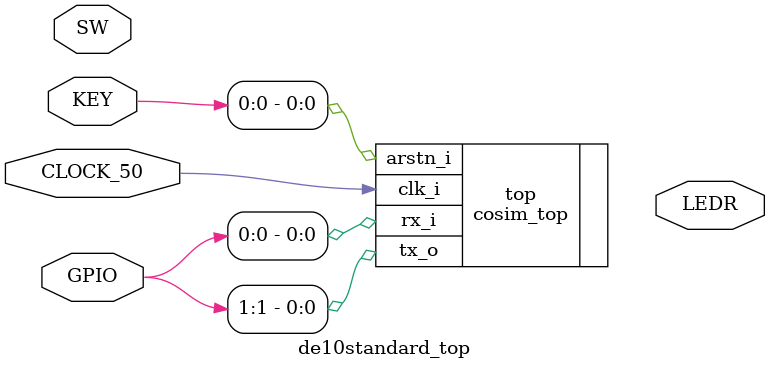
<source format=sv>
module de10standard_top(

    input              CLOCK_50,
    input    [ 3: 0]   KEY,
    input    [ 9: 0]   SW,
    output   [ 9: 0]   LEDR, 

    inout    [35: 0]   GPIO
);

    cosim_top top (
        .clk_i   (CLOCK_50),
        .arstn_i (KEY[0]),
        .rx_i    (GPIO[0]),
        .tx_o    (GPIO[1])
    );

endmodule

</source>
